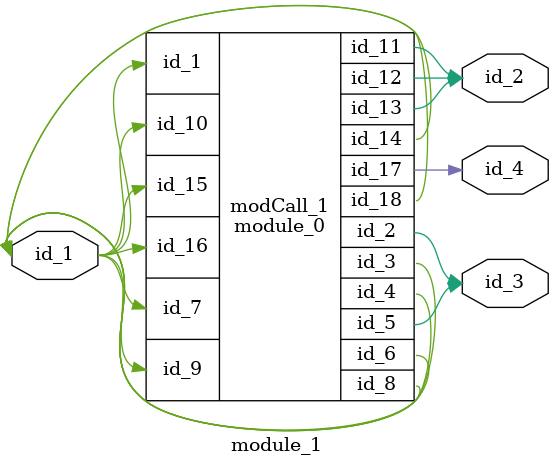
<source format=v>
module module_0 (
    id_1,
    id_2,
    id_3,
    id_4,
    id_5,
    id_6,
    id_7,
    id_8,
    id_9,
    id_10,
    id_11,
    id_12,
    id_13,
    id_14,
    id_15,
    id_16,
    id_17,
    id_18
);
  inout wire id_18;
  output wire id_17;
  input wire id_16;
  input wire id_15;
  inout wire id_14;
  output wire id_13;
  output wire id_12;
  output wire id_11;
  input wire id_10;
  input wire id_9;
  inout wire id_8;
  input wire id_7;
  inout wire id_6;
  output wire id_5;
  inout wire id_4;
  inout wire id_3;
  output wire id_2;
  input wire id_1;
endmodule
module module_1 (
    id_1,
    id_2,
    id_3,
    id_4
);
  output wire id_4;
  output wire id_3;
  output wire id_2;
  inout wire id_1;
  module_0 modCall_1 (
      id_1,
      id_3,
      id_1,
      id_1,
      id_3,
      id_1,
      id_1,
      id_1,
      id_1,
      id_1,
      id_2,
      id_2,
      id_2,
      id_1,
      id_1,
      id_1,
      id_4,
      id_1
  );
endmodule

</source>
